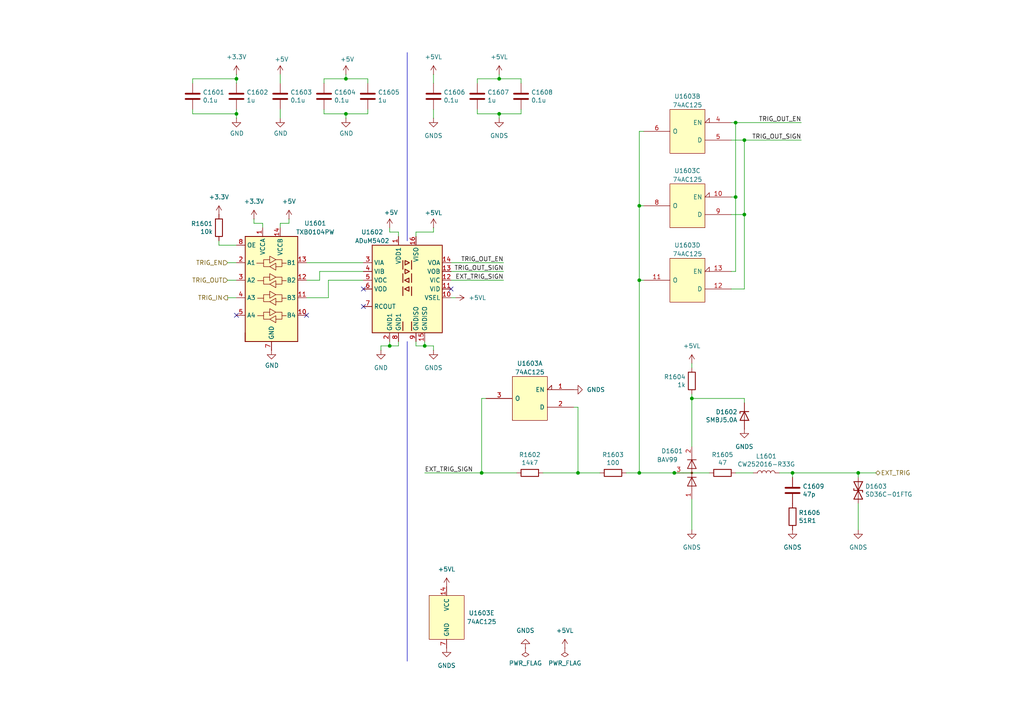
<source format=kicad_sch>
(kicad_sch (version 20231120) (generator "eeschema") (generator_version "8.0")
  (paper "A4")
  (lib_symbols
    (symbol "Device:C" (pin_numbers hide) (pin_names (offset 0.254))
      (property "Reference" "C" (at 0.635 2.54 0))
      (property "Value" "C" (at 0.635 -2.54 0))
      (symbol "C_0_1"
        (polyline (pts (xy -2.032 -0.762) (xy 2.032 -0.762)) (stroke (width 0.508)))
        (polyline (pts (xy -2.032 0.762) (xy 2.032 0.762)) (stroke (width 0.508)))
      )
      (symbol "C_1_1"
        (pin passive line (at 0 3.81 270) (length 2.794) (name "~") (number "1"))
        (pin passive line (at 0 -3.81 90) (length 2.794) (name "~") (number "2"))
      )
    )
    (symbol "Device:D_TVS" (pin_numbers hide) (pin_names (offset 1.016) hide)
      (property "Reference" "D" (at 0 2.54 0))
      (property "Value" "D_TVS" (at 0 -2.54 0))
      (symbol "D_TVS_0_1"
        (polyline (pts (xy 1.27 0) (xy -1.27 0)))
        (polyline (pts (xy 0.508 1.27) (xy 0 1.27) (xy 0 -1.27) (xy -0.508 -1.27)) (stroke (width 0.254)))
        (polyline (pts (xy -2.54 1.27) (xy -2.54 -1.27) (xy 2.54 1.27) (xy 2.54 -1.27) (xy -2.54 1.27)) (stroke (width 0.254)))
      )
      (symbol "D_TVS_1_1"
        (pin passive line (at -3.81 0 0) (length 2.54) (name "A1") (number "1"))
        (pin passive line (at 3.81 0 180) (length 2.54) (name "A2") (number "2"))
      )
    )
    (symbol "Device:D_Zener" (pin_numbers hide) (pin_names (offset 1.016) hide)
      (property "Reference" "D" (at 0 2.54 0))
      (property "Value" "D_Zener" (at 0 -2.54 0))
      (symbol "D_Zener_0_1"
        (polyline (pts (xy 1.27 0) (xy -1.27 0)))
        (polyline (pts (xy -1.27 -1.27) (xy -1.27 1.27) (xy -0.762 1.27)) (stroke (width 0.254)))
        (polyline (pts (xy 1.27 -1.27) (xy 1.27 1.27) (xy -1.27 0) (xy 1.27 -1.27)) (stroke (width 0.254)))
      )
      (symbol "D_Zener_1_1"
        (pin passive line (at -3.81 0 0) (length 2.54) (name "K") (number "1"))
        (pin passive line (at 3.81 0 180) (length 2.54) (name "A") (number "2"))
      )
    )
    (symbol "Device:L" (pin_numbers hide) (pin_names (offset 1.016) hide)
      (property "Reference" "L" (at -1.27 0 90))
      (property "Value" "L" (at 1.905 0 90))
      (symbol "L_0_1"
        (arc (start 0 -2.54) (mid 0.6323 -1.905) (end 0 -1.27))
        (arc (start 0 -1.27) (mid 0.6323 -0.635) (end 0 0))
        (arc (start 0 0) (mid 0.6323 0.635) (end 0 1.27))
        (arc (start 0 1.27) (mid 0.6323 1.905) (end 0 2.54))
      )
      (symbol "L_1_1"
        (pin passive line (at 0 3.81 270) (length 1.27) (name "1") (number "1"))
        (pin passive line (at 0 -3.81 90) (length 1.27) (name "2") (number "2"))
      )
    )
    (symbol "Device:R" (pin_numbers hide) (pin_names (offset 0))
      (property "Reference" "R" (at 2.032 0 90))
      (property "Value" "R" (at 0 0 90))
      (symbol "R_0_1"
        (rectangle (start -1.016 -2.54) (end 1.016 2.54) (stroke (width 0.254)))
      )
      (symbol "R_1_1"
        (pin passive line (at 0 3.81 270) (length 1.27) (name "~") (number "1"))
        (pin passive line (at 0 -3.81 90) (length 1.27) (name "~") (number "2"))
      )
    )
    (symbol "Diode:BAV99" (pin_names hide)
      (property "Reference" "D" (at 0 5.08 0))
      (property "Value" "BAV99" (at 0 2.54 0))
      (symbol "BAV99_0_1"
        (polyline (pts (xy -5.08 0) (xy 5.08 0)))
      )
      (symbol "BAV99_1_1"
        (polyline (pts (xy 0 0) (xy 0 -2.54)))
        (polyline (pts (xy -1.27 -1.27) (xy -1.27 1.27) (xy -1.27 1.27)) (stroke (width 0.2032)))
        (polyline (pts (xy 3.81 1.27) (xy 3.81 -1.27) (xy 3.81 -1.27)) (stroke (width 0.2032)))
        (polyline (pts (xy -3.81 1.27) (xy -1.27 0) (xy -3.81 -1.27) (xy -3.81 1.27) (xy -3.81 1.27) (xy -3.81 1.27)) (stroke (width 0.2032)))
        (polyline (pts (xy 1.27 1.27) (xy 3.81 0) (xy 1.27 -1.27) (xy 1.27 1.27) (xy 1.27 1.27) (xy 1.27 1.27)) (stroke (width 0.2032)))
        (circle (center 0 0) (radius 0.254) (fill (type outline)))
        (pin passive line (at -7.62 0 0) (length 2.54) (name "K") (number "1"))
        (pin passive line (at 7.62 0 180) (length 2.54) (name "A") (number "2"))
        (pin passive line (at 0 -5.08 90) (length 2.54) (name "K") (number "3"))
      )
    )
    (symbol "ETH1LCR3:74AC125" (pin_names (offset 0.762))
      (property "Reference" "U" (at 8.89 6.35 0))
      (property "Value" "74AC125" (at 6.35 5.08 0))
      (symbol "74AC125_0_1"
        (rectangle (start -5.08 6.35) (end 5.08 -6.35) (fill (type background)))
      )
      (symbol "74AC125_1_0"
        (pin input input_low (at -12.7 2.54 0) (length 7.62) (name "EN") (number "1"))
      )
      (symbol "74AC125_1_1"
        (pin input line (at -12.7 -2.54 0) (length 7.62) (name "D") (number "2"))
        (pin tri_state line (at 12.7 0 180) (length 7.62) (name "O") (number "3"))
      )
      (symbol "74AC125_2_0"
        (pin input input_low (at -12.7 2.54 0) (length 7.62) (name "EN") (number "4"))
      )
      (symbol "74AC125_2_1"
        (pin input line (at -12.7 -2.54 0) (length 7.62) (name "D") (number "5"))
        (pin tri_state line (at 12.7 0 180) (length 7.62) (name "O") (number "6"))
      )
      (symbol "74AC125_3_0"
        (pin input input_low (at -12.7 2.54 0) (length 7.62) (name "EN") (number "10"))
      )
      (symbol "74AC125_3_1"
        (pin tri_state line (at 12.7 0 180) (length 7.62) (name "O") (number "8"))
        (pin input line (at -12.7 -2.54 0) (length 7.62) (name "D") (number "9"))
      )
      (symbol "74AC125_4_0"
        (pin input input_low (at -12.7 2.54 0) (length 7.62) (name "EN") (number "13"))
      )
      (symbol "74AC125_4_1"
        (pin tri_state line (at 12.7 0 180) (length 7.62) (name "O") (number "11"))
        (pin input line (at -12.7 -2.54 0) (length 7.62) (name "D") (number "12"))
      )
      (symbol "74AC125_5_1"
        (pin passive line (at 0 8.89 270) (length 2.54) (name "VCC") (number "14"))
        (pin passive line (at 0 -8.89 90) (length 2.54) (name "GND") (number "7"))
      )
    )
    (symbol "Isolator:ADuM5402"
      (property "Reference" "U" (at -10.16 13.97 0))
      (property "Value" "ADuM5402" (at 3.81 13.97 0))
      (symbol "ADuM5402_0_1"
        (rectangle (start -10.16 12.7) (end 10.16 -12.7) (stroke (width 0.254)) (fill (type background)))
        (polyline (pts (xy -1.27 -9.525) (xy -1.27 -12.065)) (stroke (width 0.254)))
        (polyline (pts (xy -1.27 0.635) (xy -1.27 -1.905)) (stroke (width 0.254)))
        (polyline (pts (xy -1.27 4.445) (xy -1.27 1.905)) (stroke (width 0.254)))
        (polyline (pts (xy -1.27 8.255) (xy -1.27 5.715)) (stroke (width 0.254)))
        (polyline (pts (xy 1.27 -9.525) (xy 1.27 -12.065)) (stroke (width 0.254)))
        (polyline (pts (xy 1.27 0.635) (xy 1.27 -1.905)) (stroke (width 0.254)))
        (polyline (pts (xy 1.27 4.445) (xy 1.27 1.905)) (stroke (width 0.254)))
        (polyline (pts (xy 1.27 8.255) (xy 1.27 5.715)) (stroke (width 0.254)))
        (polyline (pts (xy -0.635 5.715) (xy -0.635 4.445) (xy 0.635 5.08) (xy -0.635 5.715)) (stroke (width 0.254)))
        (polyline (pts (xy -0.635 6.985) (xy 0.635 7.62) (xy -0.635 8.255) (xy -0.635 6.985)) (stroke (width 0.254)))
        (polyline (pts (xy 0.508 0.635) (xy 0.508 -0.635) (xy -0.762 0) (xy 0.508 0.635)) (stroke (width 0.254)))
        (polyline (pts (xy 0.508 1.905) (xy -0.762 2.54) (xy 0.508 3.175) (xy 0.508 1.905)) (stroke (width 0.254)))
      )
      (symbol "ADuM5402_1_1"
        (pin power_in line (at -2.54 15.24 270) (length 2.54) (name "VDD1") (number "1"))
        (pin input line (at 12.7 -2.54 180) (length 2.54) (name "VSEL") (number "10"))
        (pin input line (at 12.7 0 180) (length 2.54) (name "VID") (number "11"))
        (pin input line (at 12.7 2.54 180) (length 2.54) (name "VIC") (number "12"))
        (pin output line (at 12.7 5.08 180) (length 2.54) (name "VOB") (number "13"))
        (pin output line (at 12.7 7.62 180) (length 2.54) (name "VOA") (number "14"))
        (pin power_in line (at 5.08 -15.24 90) (length 2.54) (name "GNDISO") (number "15"))
        (pin power_in line (at 2.54 15.24 270) (length 2.54) (name "VISO") (number "16"))
        (pin power_in line (at -5.08 -15.24 90) (length 2.54) (name "GND1") (number "2"))
        (pin input line (at -12.7 7.62 0) (length 2.54) (name "VIA") (number "3"))
        (pin input line (at -12.7 5.08 0) (length 2.54) (name "VIB") (number "4"))
        (pin output line (at -12.7 2.54 0) (length 2.54) (name "VOC") (number "5"))
        (pin output line (at -12.7 0 0) (length 2.54) (name "VOD") (number "6"))
        (pin output line (at -12.7 -5.08 0) (length 2.54) (name "RCOUT") (number "7"))
        (pin power_in line (at -2.54 -15.24 90) (length 2.54) (name "GND1") (number "8"))
        (pin power_in line (at 2.54 -15.24 90) (length 2.54) (name "GNDISO") (number "9"))
      )
    )
    (symbol "Logic_LevelTranslator:TXB0104PW"
      (property "Reference" "U" (at -6.35 16.51 0))
      (property "Value" "TXB0104PW" (at 3.81 16.51 0))
      (symbol "TXB0104PW_0_1"
        (rectangle (start -7.62 -15.24) (end -7.62 -12.7) (stroke (width 0.254)))
        (rectangle (start -7.62 15.24) (end 7.62 -15.24) (stroke (width 0.254)) (fill (type background)))
        (polyline (pts (xy -2.286 -7.747) (xy -2.286 -6.731) (xy -0.508 -6.731)))
        (polyline (pts (xy -2.286 -2.667) (xy -2.286 -1.651) (xy -0.508 -1.651)))
        (polyline (pts (xy -2.286 2.413) (xy -2.286 3.429) (xy -0.508 3.429)))
        (polyline (pts (xy -2.286 7.493) (xy -2.286 8.509) (xy -0.508 8.509)))
        (polyline (pts (xy 3.048 -7.747) (xy 3.048 -8.763) (xy 1.27 -8.763)))
        (polyline (pts (xy 3.048 -2.667) (xy 3.048 -3.683) (xy 1.27 -3.683)))
        (polyline (pts (xy 3.048 2.413) (xy 3.048 1.397) (xy 1.27 1.397)))
        (polyline (pts (xy 3.048 7.493) (xy 3.048 6.477) (xy 1.27 6.477)))
        (polyline (pts (xy -0.508 -8.763) (xy -2.286 -8.763) (xy -2.286 -7.747) (xy -4.064 -7.747)))
        (polyline (pts (xy -0.508 -8.763) (xy 1.27 -7.747) (xy 1.27 -9.779) (xy -0.508 -8.763)))
        (polyline (pts (xy -0.508 -3.683) (xy -2.286 -3.683) (xy -2.286 -2.667) (xy -4.064 -2.667)))
        (polyline (pts (xy -0.508 -3.683) (xy 1.27 -2.667) (xy 1.27 -4.699) (xy -0.508 -3.683)))
        (polyline (pts (xy -0.508 1.397) (xy -2.286 1.397) (xy -2.286 2.413) (xy -4.064 2.413)))
        (polyline (pts (xy -0.508 1.397) (xy 1.27 2.413) (xy 1.27 0.381) (xy -0.508 1.397)))
        (polyline (pts (xy -0.508 6.477) (xy -2.286 6.477) (xy -2.286 7.493) (xy -4.318 7.493)))
        (polyline (pts (xy -0.508 6.477) (xy 1.27 7.493) (xy 1.27 5.461) (xy -0.508 6.477)))
        (polyline (pts (xy 1.27 -6.731) (xy -0.508 -7.747) (xy -0.508 -5.715) (xy 1.27 -6.731)))
        (polyline (pts (xy 1.27 -6.731) (xy 3.048 -6.731) (xy 3.048 -7.747) (xy 4.318 -7.747)))
        (polyline (pts (xy 1.27 -1.651) (xy -0.508 -2.667) (xy -0.508 -0.635) (xy 1.27 -1.651)))
        (polyline (pts (xy 1.27 -1.651) (xy 3.048 -1.651) (xy 3.048 -2.667) (xy 4.318 -2.667)))
        (polyline (pts (xy 1.27 3.429) (xy -0.508 2.413) (xy -0.508 4.445) (xy 1.27 3.429)))
        (polyline (pts (xy 1.27 3.429) (xy 3.048 3.429) (xy 3.048 2.413) (xy 4.318 2.413)))
        (polyline (pts (xy 1.27 8.509) (xy -0.508 7.493) (xy -0.508 9.525) (xy 1.27 8.509)))
        (polyline (pts (xy 1.27 8.509) (xy 3.048 8.509) (xy 3.048 7.493) (xy 4.318 7.493)))
      )
      (symbol "TXB0104PW_1_1"
        (pin power_in line (at -2.54 17.78 270) (length 2.54) (name "VCCA") (number "1"))
        (pin bidirectional line (at 10.16 -7.62 180) (length 2.54) (name "B4") (number "10"))
        (pin bidirectional line (at 10.16 -2.54 180) (length 2.54) (name "B3") (number "11"))
        (pin bidirectional line (at 10.16 2.54 180) (length 2.54) (name "B2") (number "12"))
        (pin bidirectional line (at 10.16 7.62 180) (length 2.54) (name "B1") (number "13"))
        (pin power_in line (at 2.54 17.78 270) (length 2.54) (name "VCCB") (number "14"))
        (pin bidirectional line (at -10.16 7.62 0) (length 2.54) (name "A1") (number "2"))
        (pin bidirectional line (at -10.16 2.54 0) (length 2.54) (name "A2") (number "3"))
        (pin bidirectional line (at -10.16 -2.54 0) (length 2.54) (name "A3") (number "4"))
        (pin bidirectional line (at -10.16 -7.62 0) (length 2.54) (name "A4") (number "5"))
        (pin no_connect line (at -7.62 -12.7 0) (length 2.54) hide (name "NC") (number "6"))
        (pin power_in line (at 0 -17.78 90) (length 2.54) (name "GND") (number "7"))
        (pin input line (at -10.16 12.7 0) (length 2.54) (name "OE") (number "8"))
        (pin no_connect line (at 7.62 -12.7 180) (length 2.54) hide (name "NC") (number "9"))
      )
    )
    (symbol "power:+3.3V" (power) (pin_numbers hide) (pin_names (offset 0) hide)
      (property "Value" "+3.3V" (at 0 3.556 0))
      (symbol "+3.3V_0_1"
        (polyline (pts (xy -0.762 1.27) (xy 0 2.54)))
        (polyline (pts (xy 0 0) (xy 0 2.54)))
        (polyline (pts (xy 0 2.54) (xy 0.762 1.27)))
      )
      (symbol "+3.3V_1_1"
        (pin power_in line (at 0 0 90) (length 0) (name "~") (number "1"))
      )
    )
    (symbol "power:+5V" (power) (pin_numbers hide) (pin_names (offset 0) hide)
      (property "Value" "+5V" (at 0 3.556 0))
      (symbol "+5V_0_1"
        (polyline (pts (xy -0.762 1.27) (xy 0 2.54)))
        (polyline (pts (xy 0 0) (xy 0 2.54)))
        (polyline (pts (xy 0 2.54) (xy 0.762 1.27)))
      )
      (symbol "+5V_1_1"
        (pin power_in line (at 0 0 90) (length 0) (name "~") (number "1"))
      )
    )
    (symbol "power:+5VL" (power) (pin_numbers hide) (pin_names (offset 0) hide)
      (property "Value" "+5VL" (at 0 3.556 0))
      (symbol "+5VL_0_1"
        (polyline (pts (xy -0.762 1.27) (xy 0 2.54)))
        (polyline (pts (xy 0 0) (xy 0 2.54)))
        (polyline (pts (xy 0 2.54) (xy 0.762 1.27)))
      )
      (symbol "+5VL_1_1"
        (pin power_in line (at 0 0 90) (length 0) (name "~") (number "1"))
      )
    )
    (symbol "power:GND" (power) (pin_numbers hide) (pin_names (offset 0) hide)
      (property "Value" "GND" (at 0 -3.81 0))
      (symbol "GND_0_1"
        (polyline (pts (xy 0 0) (xy 0 -1.27) (xy 1.27 -1.27) (xy 0 -2.54) (xy -1.27 -1.27) (xy 0 -1.27)))
      )
      (symbol "GND_1_1"
        (pin power_in line (at 0 0 270) (length 0) (name "~") (number "1"))
      )
    )
    (symbol "power:GNDS" (power) (pin_numbers hide) (pin_names (offset 0) hide)
      (property "Value" "GNDS" (at 0 -3.81 0))
      (symbol "GNDS_0_1"
        (polyline (pts (xy 0 0) (xy 0 -1.27) (xy 1.27 -1.27) (xy 0 -2.54) (xy -1.27 -1.27) (xy 0 -1.27)))
      )
      (symbol "GNDS_1_1"
        (pin power_in line (at 0 0 270) (length 0) (name "~") (number "1"))
      )
    )
    (symbol "power:PWR_FLAG" (power) (pin_numbers hide) (pin_names (offset 0) hide)
      (property "Value" "PWR_FLAG" (at 0 3.81 0))
      (symbol "PWR_FLAG_0_0"
        (pin power_out line (at 0 0 90) (length 0) (name "~") (number "1"))
      )
      (symbol "PWR_FLAG_0_1"
        (polyline (pts (xy 0 0) (xy 0 1.27) (xy -1.016 1.905) (xy 0 2.54) (xy 1.016 1.905) (xy 0 1.27)))
      )
    )
  )
  (junction (at 185.42 59.69))
  (junction (at 144.78 33.02))
  (junction (at 200.66 115.57))
  (junction (at 248.92 137.16))
  (junction (at 100.33 33.02))
  (junction (at 139.7 137.16))
  (junction (at 68.58 22.86))
  (junction (at 195.58 137.16))
  (junction (at 213.36 35.56))
  (junction (at 113.03 100.33))
  (junction (at 144.78 22.86))
  (junction (at 68.58 33.02))
  (junction (at 123.19 100.33))
  (junction (at 229.87 137.16))
  (junction (at 167.64 137.16))
  (junction (at 215.9 62.23))
  (junction (at 185.42 81.28))
  (junction (at 100.33 22.86))
  (junction (at 215.9 40.64))
  (junction (at 185.42 137.16))
  (junction (at 213.36 57.15))
  (no_connect (at 88.9 91.44))
  (no_connect (at 105.41 83.82))
  (no_connect (at 68.58 91.44))
  (no_connect (at 130.81 83.82))
  (no_connect (at 105.41 88.9))
  (wire (pts (xy 55.88 22.86) (xy 68.58 22.86)))
  (wire (pts (xy 110.49 100.33) (xy 113.03 100.33)))
  (wire (pts (xy 144.78 21.59) (xy 144.78 22.86)))
  (wire (pts (xy 115.57 99.06) (xy 115.57 100.33)))
  (wire (pts (xy 123.19 100.33) (xy 125.73 100.33)))
  (wire (pts (xy 100.33 34.29) (xy 100.33 33.02)))
  (wire (pts (xy 185.42 81.28) (xy 185.42 137.16)))
  (wire (pts (xy 212.09 62.23) (xy 215.9 62.23)))
  (wire (pts (xy 100.33 33.02) (xy 93.98 33.02)))
  (wire (pts (xy 139.7 137.16) (xy 139.7 115.57)))
  (wire (pts (xy 106.68 31.75) (xy 106.68 33.02)))
  (wire (pts (xy 229.87 137.16) (xy 229.87 138.43)))
  (wire (pts (xy 151.13 22.86) (xy 151.13 24.13)))
  (wire (pts (xy 138.43 22.86) (xy 144.78 22.86)))
  (polyline (pts (xy 118.11 99.06) (xy 118.11 191.77)))
  (wire (pts (xy 212.09 78.74) (xy 213.36 78.74)))
  (wire (pts (xy 185.42 59.69) (xy 185.42 81.28)))
  (wire (pts (xy 186.69 59.69) (xy 185.42 59.69)))
  (wire (pts (xy 113.03 100.33) (xy 113.03 99.06)))
  (wire (pts (xy 144.78 33.02) (xy 151.13 33.02)))
  (wire (pts (xy 212.09 57.15) (xy 213.36 57.15)))
  (wire (pts (xy 213.36 57.15) (xy 213.36 35.56)))
  (wire (pts (xy 93.98 33.02) (xy 93.98 31.75)))
  (wire (pts (xy 226.06 137.16) (xy 229.87 137.16)))
  (wire (pts (xy 115.57 67.31) (xy 113.03 67.31)))
  (wire (pts (xy 68.58 31.75) (xy 68.58 33.02)))
  (wire (pts (xy 166.37 118.11) (xy 167.64 118.11)))
  (wire (pts (xy 100.33 21.59) (xy 100.33 22.86)))
  (wire (pts (xy 215.9 40.64) (xy 232.41 40.64)))
  (wire (pts (xy 167.64 118.11) (xy 167.64 137.16)))
  (wire (pts (xy 213.36 35.56) (xy 232.41 35.56)))
  (wire (pts (xy 139.7 137.16) (xy 123.19 137.16)))
  (wire (pts (xy 139.7 115.57) (xy 140.97 115.57)))
  (wire (pts (xy 195.58 137.16) (xy 185.42 137.16)))
  (wire (pts (xy 138.43 33.02) (xy 144.78 33.02)))
  (wire (pts (xy 120.65 99.06) (xy 120.65 100.33)))
  (wire (pts (xy 68.58 21.59) (xy 68.58 22.86)))
  (wire (pts (xy 146.05 76.2) (xy 130.81 76.2)))
  (wire (pts (xy 125.73 34.29) (xy 125.73 31.75)))
  (wire (pts (xy 106.68 33.02) (xy 100.33 33.02)))
  (wire (pts (xy 115.57 68.58) (xy 115.57 67.31)))
  (wire (pts (xy 200.66 144.78) (xy 200.66 153.67)))
  (wire (pts (xy 185.42 81.28) (xy 186.69 81.28)))
  (wire (pts (xy 146.05 81.28) (xy 130.81 81.28)))
  (wire (pts (xy 205.74 137.16) (xy 195.58 137.16)))
  (wire (pts (xy 66.04 86.36) (xy 68.58 86.36)))
  (wire (pts (xy 215.9 83.82) (xy 212.09 83.82)))
  (wire (pts (xy 149.86 137.16) (xy 139.7 137.16)))
  (wire (pts (xy 130.81 78.74) (xy 146.05 78.74)))
  (wire (pts (xy 68.58 33.02) (xy 68.58 34.29)))
  (wire (pts (xy 100.33 22.86) (xy 93.98 22.86)))
  (wire (pts (xy 125.73 67.31) (xy 120.65 67.31)))
  (wire (pts (xy 106.68 22.86) (xy 100.33 22.86)))
  (wire (pts (xy 63.5 71.12) (xy 63.5 69.85)))
  (wire (pts (xy 215.9 40.64) (xy 215.9 62.23)))
  (wire (pts (xy 248.92 137.16) (xy 229.87 137.16)))
  (wire (pts (xy 144.78 34.29) (xy 144.78 33.02)))
  (wire (pts (xy 55.88 24.13) (xy 55.88 22.86)))
  (wire (pts (xy 81.28 31.75) (xy 81.28 34.29)))
  (wire (pts (xy 132.08 86.36) (xy 130.81 86.36)))
  (wire (pts (xy 212.09 40.64) (xy 215.9 40.64)))
  (wire (pts (xy 254 137.16) (xy 248.92 137.16)))
  (wire (pts (xy 138.43 31.75) (xy 138.43 33.02)))
  (wire (pts (xy 215.9 116.84) (xy 215.9 115.57)))
  (wire (pts (xy 125.73 24.13) (xy 125.73 21.59)))
  (wire (pts (xy 92.71 81.28) (xy 88.9 81.28)))
  (wire (pts (xy 76.2 66.04) (xy 76.2 64.77)))
  (wire (pts (xy 66.04 76.2) (xy 68.58 76.2)))
  (wire (pts (xy 81.28 66.04) (xy 81.28 64.77)))
  (wire (pts (xy 157.48 137.16) (xy 167.64 137.16)))
  (wire (pts (xy 81.28 21.59) (xy 81.28 24.13)))
  (wire (pts (xy 76.2 64.77) (xy 73.66 64.77)))
  (wire (pts (xy 68.58 22.86) (xy 68.58 24.13)))
  (wire (pts (xy 106.68 24.13) (xy 106.68 22.86)))
  (wire (pts (xy 95.25 86.36) (xy 95.25 81.28)))
  (wire (pts (xy 68.58 71.12) (xy 63.5 71.12)))
  (wire (pts (xy 113.03 67.31) (xy 113.03 66.04)))
  (wire (pts (xy 120.65 67.31) (xy 120.65 68.58)))
  (wire (pts (xy 55.88 33.02) (xy 68.58 33.02)))
  (wire (pts (xy 138.43 24.13) (xy 138.43 22.86)))
  (wire (pts (xy 105.41 78.74) (xy 92.71 78.74)))
  (wire (pts (xy 213.36 137.16) (xy 218.44 137.16)))
  (polyline (pts (xy 118.11 15.24) (xy 118.11 69.85)))
  (wire (pts (xy 83.82 64.77) (xy 83.82 63.5)))
  (wire (pts (xy 200.66 115.57) (xy 200.66 129.54)))
  (wire (pts (xy 144.78 22.86) (xy 151.13 22.86)))
  (wire (pts (xy 248.92 153.67) (xy 248.92 146.05)))
  (wire (pts (xy 55.88 31.75) (xy 55.88 33.02)))
  (wire (pts (xy 151.13 33.02) (xy 151.13 31.75)))
  (wire (pts (xy 88.9 86.36) (xy 95.25 86.36)))
  (wire (pts (xy 215.9 62.23) (xy 215.9 83.82)))
  (wire (pts (xy 73.66 64.77) (xy 73.66 63.5)))
  (wire (pts (xy 167.64 137.16) (xy 173.99 137.16)))
  (wire (pts (xy 115.57 100.33) (xy 113.03 100.33)))
  (wire (pts (xy 93.98 22.86) (xy 93.98 24.13)))
  (wire (pts (xy 88.9 76.2) (xy 105.41 76.2)))
  (wire (pts (xy 125.73 100.33) (xy 125.73 101.6)))
  (wire (pts (xy 248.92 138.43) (xy 248.92 137.16)))
  (wire (pts (xy 213.36 78.74) (xy 213.36 57.15)))
  (wire (pts (xy 81.28 64.77) (xy 83.82 64.77)))
  (wire (pts (xy 186.69 38.1) (xy 185.42 38.1)))
  (wire (pts (xy 92.71 78.74) (xy 92.71 81.28)))
  (wire (pts (xy 66.04 81.28) (xy 68.58 81.28)))
  (wire (pts (xy 123.19 99.06) (xy 123.19 100.33)))
  (wire (pts (xy 185.42 38.1) (xy 185.42 59.69)))
  (wire (pts (xy 181.61 137.16) (xy 185.42 137.16)))
  (wire (pts (xy 95.25 81.28) (xy 105.41 81.28)))
  (wire (pts (xy 215.9 115.57) (xy 200.66 115.57)))
  (wire (pts (xy 213.36 35.56) (xy 212.09 35.56)))
  (wire (pts (xy 125.73 66.04) (xy 125.73 67.31)))
  (wire (pts (xy 110.49 101.6) (xy 110.49 100.33)))
  (wire (pts (xy 120.65 100.33) (xy 123.19 100.33)))
  (wire (pts (xy 200.66 114.3) (xy 200.66 115.57)))
  (wire (pts (xy 200.66 105.41) (xy 200.66 106.68)))
  (label "TRIG_OUT_SIGN" (at 232.41 40.64 180))
  (label "TRIG_OUT_EN" (at 146.05 76.2 180))
  (label "EXT_TRIG_SIGN" (at 146.05 81.28 180))
  (label "EXT_TRIG_SIGN" (at 123.19 137.16 0))
  (label "TRIG_OUT_SIGN" (at 146.05 78.74 180))
  (label "TRIG_OUT_EN" (at 232.41 35.56 180))
  (hierarchical_label "TRIG_OUT" (shape input) (at 66.04 81.28 180))
  (hierarchical_label "TRIG_IN" (shape output) (at 66.04 86.36 180))
  (hierarchical_label "EXT_TRIG" (shape bidirectional) (at 254 137.16 0))
  (hierarchical_label "TRIG_EN" (shape input) (at 66.04 76.2 180))
  (symbol (lib_id "power:+5VL") (at 144.78 21.59 0) (unit 1)
    (property "Reference" "#PWR01620" (effects (hide yes)))
    (property "Value" "+5VL" (at 144.78 16.51 0))
    (property "Description" "Power symbol creates a global label with name \"+5VL\"" (effects (hide yes)))
  )
  (symbol (lib_id "ETH1LCR3:74AC125") (at 199.39 38.1 0) (mirror y) (unit 2)
    (property "Reference" "U1603" (at 199.39 27.94 0))
    (property "Value" "74AC125" (at 199.39 30.48 0))
    (property "Footprint" "Package_SO:TSSOP-14_4.4x5mm_P0.65mm" (effects (hide yes)))
  )
  (symbol (lib_id "Device:C") (at 138.43 27.94 0) (unit 1)
    (property "Reference" "C1607" (at 141.351 26.7716 0) (effects (justify left)))
    (property "Value" "1u" (at 141.351 29.083 0) (effects (justify left)))
    (property "Footprint" "Capacitor_SMD:C_0603_1608Metric_Pad1.08x0.95mm_HandSolder" (effects (hide yes)))
  )
  (symbol (lib_id "Device:L") (at 222.25 137.16 270) (mirror x) (unit 1)
    (property "Reference" "L1601" (at 222.25 132.334 90))
    (property "Value" "CW252016-R33G" (at 222.25 134.6454 90))
    (property "Footprint" "ETH1LCR3:CW252016" (effects (hide yes)))
  )
  (symbol (lib_id "power:+5V") (at 81.28 21.59 0) (unit 1)
    (property "Reference" "#PWR01606" (effects (hide yes)))
    (property "Value" "+5V" (at 81.661 17.1958 0))
    (property "Description" "Power symbol creates a global label with name \"+5V\"" (effects (hide yes)))
  )
  (symbol (lib_id "power:+5V") (at 113.03 66.04 0) (unit 1)
    (property "Reference" "#PWR01612" (effects (hide yes)))
    (property "Value" "+5V" (at 113.411 61.6458 0))
    (property "Description" "Power symbol creates a global label with name \"+5V\"" (effects (hide yes)))
  )
  (symbol (lib_id "power:+5VL") (at 125.73 21.59 0) (unit 1)
    (property "Reference" "#PWR01613" (effects (hide yes)))
    (property "Value" "+5VL" (at 125.73 16.51 0))
    (property "Description" "Power symbol creates a global label with name \"+5VL\"" (effects (hide yes)))
  )
  (symbol (lib_id "power:GNDS") (at 144.78 34.29 0) (unit 1)
    (property "Reference" "#PWR01621" (effects (hide yes)))
    (property "Value" "GNDS" (at 144.78 39.37 0))
    (property "Description" "Power symbol creates a global label with name \"GNDS\" , signal ground" (effects (hide yes)))
  )
  (symbol (lib_id "ETH1LCR3:74AC125") (at 153.67 115.57 0) (mirror y) (unit 1)
    (property "Reference" "U1603" (at 153.67 105.41 0))
    (property "Value" "74AC125" (at 153.67 107.95 0))
    (property "Footprint" "Package_SO:TSSOP-14_4.4x5mm_P0.65mm" (effects (hide yes)))
  )
  (symbol (lib_id "power:+5V") (at 83.82 63.5 0) (unit 1)
    (property "Reference" "#PWR01608" (effects (hide yes)))
    (property "Value" "+5V" (at 83.82 58.42 0))
    (property "Description" "Power symbol creates a global label with name \"+5V\"" (effects (hide yes)))
  )
  (symbol (lib_id "Device:C") (at 229.87 142.24 0) (unit 1)
    (property "Reference" "C1609" (at 232.791 141.0716 0) (effects (justify left)))
    (property "Value" "47p" (at 232.791 143.383 0) (effects (justify left)))
    (property "Footprint" "Capacitor_SMD:C_0603_1608Metric_Pad1.08x0.95mm_HandSolder" (effects (hide yes)))
  )
  (symbol (lib_id "power:GNDS") (at 215.9 124.46 0) (unit 1)
    (property "Reference" "#PWR01627" (effects (hide yes)))
    (property "Value" "GNDS" (at 215.9 129.54 0))
    (property "Description" "Power symbol creates a global label with name \"GNDS\" , signal ground" (effects (hide yes)))
  )
  (symbol (lib_id "power:GND") (at 81.28 34.29 0) (unit 1)
    (property "Reference" "#PWR01607" (effects (hide yes)))
    (property "Value" "GND" (at 81.407 38.6842 0))
    (property "Description" "Power symbol creates a global label with name \"GND\" , ground" (effects (hide yes)))
  )
  (symbol (lib_id "power:GND") (at 100.33 34.29 0) (unit 1)
    (property "Reference" "#PWR01610" (effects (hide yes)))
    (property "Value" "GND" (at 100.457 38.6842 0))
    (property "Description" "Power symbol creates a global label with name \"GND\" , ground" (effects (hide yes)))
  )
  (symbol (lib_id "power:GNDS") (at 248.92 153.67 0) (unit 1)
    (property "Reference" "#PWR01629" (effects (hide yes)))
    (property "Value" "GNDS" (at 248.92 158.75 0))
    (property "Description" "Power symbol creates a global label with name \"GNDS\" , signal ground" (effects (hide yes)))
  )
  (symbol (lib_id "power:+5VL") (at 129.54 170.18 0) (unit 1)
    (property "Reference" "#PWR01617" (effects (hide yes)))
    (property "Value" "+5VL" (at 129.54 165.1 0))
    (property "Description" "Power symbol creates a global label with name \"+5VL\"" (effects (hide yes)))
  )
  (symbol (lib_id "ETH1LCR3:74AC125") (at 129.54 179.07 0) (mirror y) (unit 5)
    (property "Reference" "U1603" (at 139.7 177.8 0))
    (property "Value" "74AC125" (at 139.7 180.34 0))
    (property "Footprint" "Package_SO:TSSOP-14_4.4x5mm_P0.65mm" (effects (hide yes)))
  )
  (symbol (lib_id "Device:R") (at 177.8 137.16 90) (mirror x) (unit 1)
    (property "Reference" "R1603" (at 177.8 131.9022 90))
    (property "Value" "100" (at 177.8 134.2136 90))
    (property "Footprint" "Resistor_SMD:R_0603_1608Metric_Pad0.98x0.95mm_HandSolder" (effects (hide yes)))
  )
  (symbol (lib_id "Device:C") (at 125.73 27.94 0) (unit 1)
    (property "Reference" "C1606" (at 128.651 26.7716 0) (effects (justify left)))
    (property "Value" "0.1u" (at 128.651 29.083 0) (effects (justify left)))
    (property "Footprint" "Capacitor_SMD:C_0603_1608Metric_Pad1.08x0.95mm_HandSolder" (effects (hide yes)))
  )
  (symbol (lib_id "Device:R") (at 63.5 66.04 0) (unit 1)
    (property "Reference" "R1601" (at 61.722 64.8716 0) (effects (justify right)))
    (property "Value" "10k" (at 61.722 67.183 0) (effects (justify right)))
    (property "Footprint" "Resistor_SMD:R_0603_1608Metric_Pad0.98x0.95mm_HandSolder" (effects (hide yes)))
  )
  (symbol (lib_id "power:GNDS") (at 166.37 113.03 90) (unit 1)
    (property "Reference" "#PWR01624" (effects (hide yes)))
    (property "Value" "GNDS" (at 170.18 113.0299 90) (effects (justify right)))
    (property "Description" "Power symbol creates a global label with name \"GNDS\" , signal ground" (effects (hide yes)))
  )
  (symbol (lib_id "power:GNDS") (at 125.73 101.6 0) (unit 1)
    (property "Reference" "#PWR01616" (effects (hide yes)))
    (property "Value" "GNDS" (at 125.73 106.68 0))
    (property "Description" "Power symbol creates a global label with name \"GNDS\" , signal ground" (effects (hide yes)))
  )
  (symbol (lib_id "power:PWR_FLAG") (at 152.4 187.96 180) (unit 1)
    (property "Reference" "#FLG01601" (effects (hide yes)))
    (property "Value" "PWR_FLAG" (at 152.4 192.3542 0))
    (property "Description" "Special symbol for telling ERC where power comes from" (effects (hide yes)))
  )
  (symbol (lib_id "power:+5V") (at 100.33 21.59 0) (unit 1)
    (property "Reference" "#PWR01609" (effects (hide yes)))
    (property "Value" "+5V" (at 100.711 17.1958 0))
    (property "Description" "Power symbol creates a global label with name \"+5V\"" (effects (hide yes)))
  )
  (symbol (lib_id "Device:R") (at 153.67 137.16 90) (mirror x) (unit 1)
    (property "Reference" "R1602" (at 153.67 131.9022 90))
    (property "Value" "14k7" (at 153.67 134.2136 90))
    (property "Footprint" "Resistor_SMD:R_0603_1608Metric_Pad0.98x0.95mm_HandSolder" (effects (hide yes)))
  )
  (symbol (lib_id "Device:R") (at 200.66 110.49 0) (mirror y) (unit 1)
    (property "Reference" "R1604" (at 198.882 109.3216 0) (effects (justify left)))
    (property "Value" "1k" (at 198.882 111.633 0) (effects (justify left)))
    (property "Footprint" "Resistor_SMD:R_0603_1608Metric_Pad0.98x0.95mm_HandSolder" (effects (hide yes)))
  )
  (symbol (lib_id "power:GNDS") (at 229.87 153.67 0) (unit 1)
    (property "Reference" "#PWR01628" (effects (hide yes)))
    (property "Value" "GNDS" (at 229.87 158.75 0))
    (property "Description" "Power symbol creates a global label with name \"GNDS\" , signal ground" (effects (hide yes)))
  )
  (symbol (lib_id "Device:C") (at 68.58 27.94 0) (unit 1)
    (property "Reference" "C1602" (at 71.501 26.7716 0) (effects (justify left)))
    (property "Value" "1u" (at 71.501 29.083 0) (effects (justify left)))
    (property "Footprint" "Capacitor_SMD:C_0603_1608Metric_Pad1.08x0.95mm_HandSolder" (effects (hide yes)))
  )
  (symbol (lib_id "Diode:BAV99") (at 200.66 137.16 270) (mirror x) (unit 1)
    (property "Reference" "D1601" (at 191.77 130.81 90) (effects (justify left)))
    (property "Value" "BAV99" (at 190.5 133.35 90) (effects (justify left)))
    (property "Footprint" "Package_TO_SOT_SMD:SOT-23" (effects (hide yes)))
    (property "Datasheet" "https://assets.nexperia.com/documents/data-sheet/BAV99_SER.pdf" (effects (hide yes)))
  )
  (symbol (lib_id "power:+5VL") (at 125.73 66.04 0) (unit 1)
    (property "Reference" "#PWR01615" (effects (hide yes)))
    (property "Value" "+5VL" (at 125.73 61.722 0))
    (property "Description" "Power symbol creates a global label with name \"+5VL\"" (effects (hide yes)))
  )
  (symbol (lib_id "power:GNDS") (at 129.54 187.96 0) (unit 1)
    (property "Reference" "#PWR01618" (effects (hide yes)))
    (property "Value" "GNDS" (at 129.54 193.04 0))
    (property "Description" "Power symbol creates a global label with name \"GNDS\" , signal ground" (effects (hide yes)))
  )
  (symbol (lib_id "power:GNDS") (at 152.4 187.96 180) (unit 1)
    (property "Reference" "#PWR01622" (effects (hide yes)))
    (property "Value" "GNDS" (at 152.4 182.88 0))
    (property "Description" "Power symbol creates a global label with name \"GNDS\" , signal ground" (effects (hide yes)))
  )
  (symbol (lib_id "Device:C") (at 81.28 27.94 0) (unit 1)
    (property "Reference" "C1603" (at 84.201 26.7716 0) (effects (justify left)))
    (property "Value" "0.1u" (at 84.201 29.083 0) (effects (justify left)))
    (property "Footprint" "Capacitor_SMD:C_0603_1608Metric_Pad1.08x0.95mm_HandSolder" (effects (hide yes)))
  )
  (symbol (lib_id "power:+5VL") (at 200.66 105.41 0) (unit 1)
    (property "Reference" "#PWR01625" (effects (hide yes)))
    (property "Value" "+5VL" (at 200.66 100.33 0))
    (property "Description" "Power symbol creates a global label with name \"+5VL\"" (effects (hide yes)))
  )
  (symbol (lib_id "power:+3.3V") (at 68.58 21.59 0) (unit 1)
    (property "Reference" "#PWR01602" (effects (hide yes)))
    (property "Value" "+3.3V" (at 68.58 16.51 0))
    (property "Description" "Power symbol creates a global label with name \"+3.3V\"" (effects (hide yes)))
  )
  (symbol (lib_id "Device:D_Zener") (at 215.9 120.65 90) (mirror x) (unit 1)
    (property "Reference" "D1602" (at 213.8934 119.4816 90) (effects (justify left)))
    (property "Value" "SMBJ5.0A" (at 213.8934 121.793 90) (effects (justify left)))
    (property "Footprint" "Diode_SMD:D_SMB" (effects (hide yes)))
  )
  (symbol (lib_id "Isolator:ADuM5402") (at 118.11 83.82 0) (unit 1)
    (property "Reference" "U1602" (at 107.95 67.31 0))
    (property "Value" "ADuM5402" (at 107.95 69.85 0))
    (property "Footprint" "Package_SO:SOIC-16W_7.5x10.3mm_P1.27mm" (effects (hide yes)))
    (property "Datasheet" "https://www.analog.com/media/en/technical-documentation/data-sheets/ADuM5401_5402_5403_5404.pdf" (effects (hide yes)))
  )
  (symbol (lib_id "power:GNDS") (at 125.73 34.29 0) (unit 1)
    (property "Reference" "#PWR01614" (effects (hide yes)))
    (property "Value" "GNDS" (at 125.73 39.37 0))
    (property "Description" "Power symbol creates a global label with name \"GNDS\" , signal ground" (effects (hide yes)))
  )
  (symbol (lib_id "power:GND") (at 68.58 34.29 0) (unit 1)
    (property "Reference" "#PWR01603" (effects (hide yes)))
    (property "Value" "GND" (at 68.707 38.6842 0))
    (property "Description" "Power symbol creates a global label with name \"GND\" , ground" (effects (hide yes)))
  )
  (symbol (lib_id "Device:D_TVS") (at 248.92 142.24 270) (unit 1)
    (property "Reference" "D1603" (at 250.9266 141.0716 90) (effects (justify left)))
    (property "Value" "SD36C-01FTG" (at 250.9266 143.383 90) (effects (justify left)))
    (property "Footprint" "Diode_SMD:D_SOD-323_HandSoldering" (effects (hide yes)))
  )
  (symbol (lib_id "Logic_LevelTranslator:TXB0104PW") (at 78.74 83.82 0) (unit 1)
    (property "Reference" "U1601" (at 91.44 64.77 0))
    (property "Value" "TXB0104PW" (at 91.44 67.31 0))
    (property "Footprint" "Package_SO:TSSOP-14_4.4x5mm_P0.65mm" (effects (hide yes)))
    (property "Datasheet" "http://www.ti.com/lit/ds/symlink/txb0104.pdf" (effects (hide yes)))
    (property "Description" "4-Bit Bidirectional Voltage-Level Translator, Auto Direction Sensing and ±15-kV ESD Protection, 1.2 - 3.6V APort, 1.65 - 5.5V BPort, TSSOP-14" (effects (hide yes)))
  )
  (symbol (lib_id "power:+5VL") (at 132.08 86.36 270) (unit 1)
    (property "Reference" "#PWR01619" (effects (hide yes)))
    (property "Value" "+5VL" (at 135.89 86.3599 90) (effects (justify left)))
    (property "Description" "Power symbol creates a global label with name \"+5VL\"" (effects (hide yes)))
  )
  (symbol (lib_id "ETH1LCR3:74AC125") (at 199.39 59.69 0) (mirror y) (unit 3)
    (property "Reference" "U1603" (at 199.39 49.53 0))
    (property "Value" "74AC125" (at 199.39 52.07 0))
    (property "Footprint" "Package_SO:TSSOP-14_4.4x5mm_P0.65mm" (effects (hide yes)))
  )
  (symbol (lib_id "power:+3.3V") (at 73.66 63.5 0) (unit 1)
    (property "Reference" "#PWR01604" (effects (hide yes)))
    (property "Value" "+3.3V" (at 73.66 58.42 0))
    (property "Description" "Power symbol creates a global label with name \"+3.3V\"" (effects (hide yes)))
  )
  (symbol (lib_id "Device:C") (at 106.68 27.94 0) (unit 1)
    (property "Reference" "C1605" (at 109.601 26.7716 0) (effects (justify left)))
    (property "Value" "1u" (at 109.601 29.083 0) (effects (justify left)))
    (property "Footprint" "Capacitor_SMD:C_0603_1608Metric_Pad1.08x0.95mm_HandSolder" (effects (hide yes)))
  )
  (symbol (lib_id "Device:C") (at 151.13 27.94 0) (unit 1)
    (property "Reference" "C1608" (at 154.051 26.7716 0) (effects (justify left)))
    (property "Value" "0.1u" (at 154.051 29.083 0) (effects (justify left)))
    (property "Footprint" "Capacitor_SMD:C_0603_1608Metric_Pad1.08x0.95mm_HandSolder" (effects (hide yes)))
  )
  (symbol (lib_id "power:GND") (at 110.49 101.6 0) (unit 1)
    (property "Reference" "#PWR01611" (effects (hide yes)))
    (property "Value" "GND" (at 110.49 106.68 0))
    (property "Description" "Power symbol creates a global label with name \"GND\" , ground" (effects (hide yes)))
  )
  (symbol (lib_id "power:GND") (at 78.74 101.6 0) (unit 1)
    (property "Reference" "#PWR01605" (effects (hide yes)))
    (property "Value" "GND" (at 78.867 105.9942 0))
    (property "Description" "Power symbol creates a global label with name \"GND\" , ground" (effects (hide yes)))
  )
  (symbol (lib_id "power:+5VL") (at 163.83 187.96 0) (unit 1)
    (property "Reference" "#PWR01623" (effects (hide yes)))
    (property "Value" "+5VL" (at 163.83 182.88 0))
    (property "Description" "Power symbol creates a global label with name \"+5VL\"" (effects (hide yes)))
  )
  (symbol (lib_id "Device:C") (at 55.88 27.94 0) (unit 1)
    (property "Reference" "C1601" (at 58.801 26.7716 0) (effects (justify left)))
    (property "Value" "0.1u" (at 58.801 29.083 0) (effects (justify left)))
    (property "Footprint" "Capacitor_SMD:C_0603_1608Metric_Pad1.08x0.95mm_HandSolder" (effects (hide yes)))
  )
  (symbol (lib_id "power:PWR_FLAG") (at 163.83 187.96 180) (unit 1)
    (property "Reference" "#FLG01602" (effects (hide yes)))
    (property "Value" "PWR_FLAG" (at 163.83 192.3542 0))
    (property "Description" "Special symbol for telling ERC where power comes from" (effects (hide yes)))
  )
  (symbol (lib_id "Device:R") (at 229.87 149.86 0) (unit 1)
    (property "Reference" "R1606" (at 231.648 148.6916 0) (effects (justify left)))
    (property "Value" "51R1" (at 231.648 151.003 0) (effects (justify left)))
    (property "Footprint" "Resistor_SMD:R_0603_1608Metric_Pad0.98x0.95mm_HandSolder" (effects (hide yes)))
  )
  (symbol (lib_id "power:+3.3V") (at 63.5 62.23 0) (unit 1)
    (property "Reference" "#PWR01601" (effects (hide yes)))
    (property "Value" "+3.3V" (at 63.5 57.15 0))
    (property "Description" "Power symbol creates a global label with name \"+3.3V\"" (effects (hide yes)))
  )
  (symbol (lib_id "power:GNDS") (at 200.66 153.67 0) (unit 1)
    (property "Reference" "#PWR01626" (effects (hide yes)))
    (property "Value" "GNDS" (at 200.66 158.75 0))
    (property "Description" "Power symbol creates a global label with name \"GNDS\" , signal ground" (effects (hide yes)))
  )
  (symbol (lib_id "ETH1LCR3:74AC125") (at 199.39 81.28 0) (mirror y) (unit 4)
    (property "Reference" "U1603" (at 199.39 71.12 0))
    (property "Value" "74AC125" (at 199.39 73.66 0))
    (property "Footprint" "Package_SO:TSSOP-14_4.4x5mm_P0.65mm" (effects (hide yes)))
  )
  (symbol (lib_id "Device:R") (at 209.55 137.16 90) (mirror x) (unit 1)
    (property "Reference" "R1605" (at 209.55 131.9022 90))
    (property "Value" "47" (at 209.55 134.2136 90))
    (property "Footprint" "Resistor_SMD:R_0603_1608Metric_Pad0.98x0.95mm_HandSolder" (effects (hide yes)))
  )
  (symbol (lib_id "Device:C") (at 93.98 27.94 0) (unit 1)
    (property "Reference" "C1604" (at 96.901 26.7716 0) (effects (justify left)))
    (property "Value" "0.1u" (at 96.901 29.083 0) (effects (justify left)))
    (property "Footprint" "Capacitor_SMD:C_0603_1608Metric_Pad1.08x0.95mm_HandSolder" (effects (hide yes)))
  )
)
</source>
